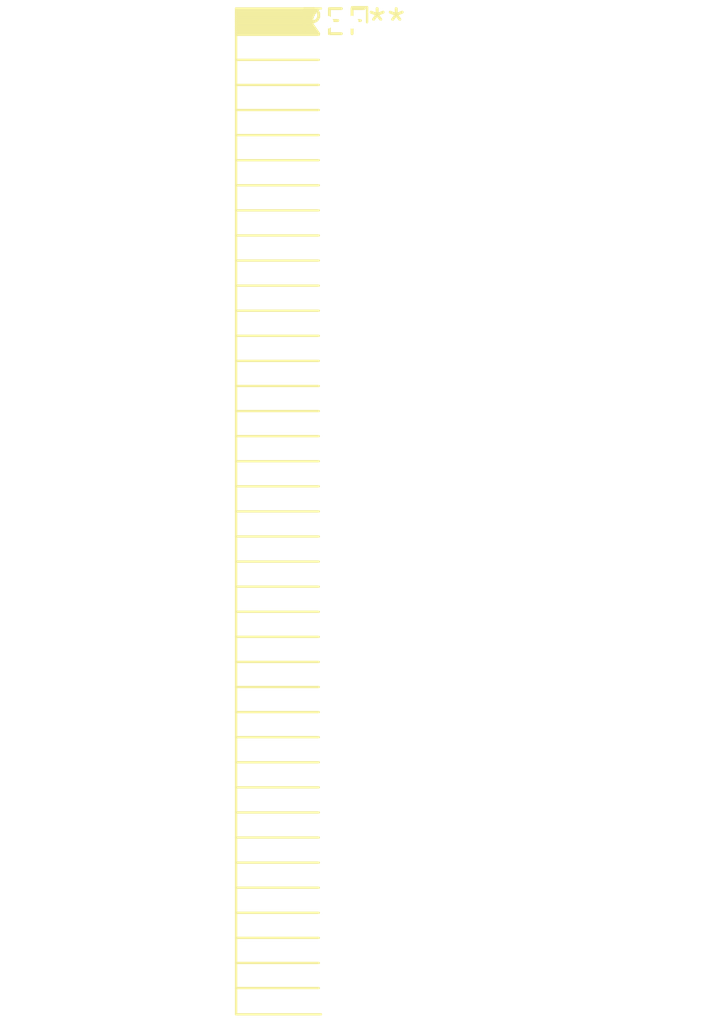
<source format=kicad_pcb>
(kicad_pcb (version 20240108) (generator pcbnew)
  (layers (0 "F.Cu" signal) (31 "B.Cu" signal) (34 "B.Paste" user) (35 "F.Paste" user) (36 "B.SilkS" user "B.Silkscreen") (37 "F.SilkS" user "F.Silkscreen") (38 "B.Mask" user) (39 "F.Mask" user) (44 "Edge.Cuts" user))
  (net 0 "")
  (footprint "PinSocket_2x40_P1.27mm_Horizontal" (layer "F.Cu") (at 0 0)
    (property "Reference" "REF**")
    (property "Value" "PinSocket_2x40_P1.27mm_Horizontal")
    (fp_line (start -5.88 -0.695) (end -5.88 50.225) (layer "F.SilkS") (stroke (width 0.12)))
    (fp_line (start -5.88 -0.695) (end -1.57753 -0.695) (layer "F.SilkS") (stroke (width 0.12)))
    (fp_line (start -5.88 -0.575) (end -1.766966 -0.575) (layer "F.SilkS") (stroke (width 0.12)))
    (fp_line (start -5.88 -0.465) (end -1.871145 -0.465) (layer "F.SilkS") (stroke (width 0.12)))
    (fp_line (start -5.88 -0.355) (end -1.941993 -0.355) (layer "F.SilkS") (stroke (width 0.12)))
    (fp_line (start -5.88 -0.245) (end -1.989427 -0.245) (layer "F.SilkS") (stroke (width 0.12)))
    (fp_line (start -5.88 -0.135) (end -2.017914 -0.135) (layer "F.SilkS") (stroke (width 0.12)))
    (fp_line (start -5.88 -0.025) (end -2.029589 -0.025) (layer "F.SilkS") (stroke (width 0.12)))
    (fp_line (start -5.88 0.085) (end -2.025232 0.085) (layer "F.SilkS") (stroke (width 0.12)))
    (fp_line (start -5.88 0.195) (end -2.004558 0.195) (layer "F.SilkS") (stroke (width 0.12)))
    (fp_line (start -5.88 0.305) (end -1.966114 0.305) (layer "F.SilkS") (stroke (width 0.12)))
    (fp_line (start -5.88 0.415) (end -1.906691 0.415) (layer "F.SilkS") (stroke (width 0.12)))
    (fp_line (start -5.88 0.525) (end -1.819523 0.525) (layer "F.SilkS") (stroke (width 0.12)))
    (fp_line (start -5.88 0.635) (end -1.687582 0.635) (layer "F.SilkS") (stroke (width 0.12)))
    (fp_line (start -5.88 1.905) (end -1.687582 1.905) (layer "F.SilkS") (stroke (width 0.12)))
    (fp_line (start -5.88 3.175) (end -1.687582 3.175) (layer "F.SilkS") (stroke (width 0.12)))
    (fp_line (start -5.88 4.445) (end -1.687582 4.445) (layer "F.SilkS") (stroke (width 0.12)))
    (fp_line (start -5.88 5.715) (end -1.687582 5.715) (layer "F.SilkS") (stroke (width 0.12)))
    (fp_line (start -5.88 6.985) (end -1.687582 6.985) (layer "F.SilkS") (stroke (width 0.12)))
    (fp_line (start -5.88 8.255) (end -1.687582 8.255) (layer "F.SilkS") (stroke (width 0.12)))
    (fp_line (start -5.88 9.525) (end -1.687582 9.525) (layer "F.SilkS") (stroke (width 0.12)))
    (fp_line (start -5.88 10.795) (end -1.687582 10.795) (layer "F.SilkS") (stroke (width 0.12)))
    (fp_line (start -5.88 12.065) (end -1.687582 12.065) (layer "F.SilkS") (stroke (width 0.12)))
    (fp_line (start -5.88 13.335) (end -1.687582 13.335) (layer "F.SilkS") (stroke (width 0.12)))
    (fp_line (start -5.88 14.605) (end -1.687582 14.605) (layer "F.SilkS") (stroke (width 0.12)))
    (fp_line (start -5.88 15.875) (end -1.687582 15.875) (layer "F.SilkS") (stroke (width 0.12)))
    (fp_line (start -5.88 17.145) (end -1.687582 17.145) (layer "F.SilkS") (stroke (width 0.12)))
    (fp_line (start -5.88 18.415) (end -1.687582 18.415) (layer "F.SilkS") (stroke (width 0.12)))
    (fp_line (start -5.88 19.685) (end -1.687582 19.685) (layer "F.SilkS") (stroke (width 0.12)))
    (fp_line (start -5.88 20.955) (end -1.687582 20.955) (layer "F.SilkS") (stroke (width 0.12)))
    (fp_line (start -5.88 22.225) (end -1.687582 22.225) (layer "F.SilkS") (stroke (width 0.12)))
    (fp_line (start -5.88 23.495) (end -1.687582 23.495) (layer "F.SilkS") (stroke (width 0.12)))
    (fp_line (start -5.88 24.765) (end -1.687582 24.765) (layer "F.SilkS") (stroke (width 0.12)))
    (fp_line (start -5.88 26.035) (end -1.687582 26.035) (layer "F.SilkS") (stroke (width 0.12)))
    (fp_line (start -5.88 27.305) (end -1.687582 27.305) (layer "F.SilkS") (stroke (width 0.12)))
    (fp_line (start -5.88 28.575) (end -1.687582 28.575) (layer "F.SilkS") (stroke (width 0.12)))
    (fp_line (start -5.88 29.845) (end -1.687582 29.845) (layer "F.SilkS") (stroke (width 0.12)))
    (fp_line (start -5.88 31.115) (end -1.687582 31.115) (layer "F.SilkS") (stroke (width 0.12)))
    (fp_line (start -5.88 32.385) (end -1.687582 32.385) (layer "F.SilkS") (stroke (width 0.12)))
    (fp_line (start -5.88 33.655) (end -1.687582 33.655) (layer "F.SilkS") (stroke (width 0.12)))
    (fp_line (start -5.88 34.925) (end -1.687582 34.925) (layer "F.SilkS") (stroke (width 0.12)))
    (fp_line (start -5.88 36.195) (end -1.687582 36.195) (layer "F.SilkS") (stroke (width 0.12)))
    (fp_line (start -5.88 37.465) (end -1.687582 37.465) (layer "F.SilkS") (stroke (width 0.12)))
    (fp_line (start -5.88 38.735) (end -1.687582 38.735) (layer "F.SilkS") (stroke (width 0.12)))
    (fp_line (start -5.88 40.005) (end -1.687582 40.005) (layer "F.SilkS") (stroke (width 0.12)))
    (fp_line (start -5.88 41.275) (end -1.687582 41.275) (layer "F.SilkS") (stroke (width 0.12)))
    (fp_line (start -5.88 42.545) (end -1.687582 42.545) (layer "F.SilkS") (stroke (width 0.12)))
    (fp_line (start -5.88 43.815) (end -1.687582 43.815) (layer "F.SilkS") (stroke (width 0.12)))
    (fp_line (start -5.88 45.085) (end -1.687582 45.085) (layer "F.SilkS") (stroke (width 0.12)))
    (fp_line (start -5.88 46.355) (end -1.687582 46.355) (layer "F.SilkS") (stroke (width 0.12)))
    (fp_line (start -5.88 47.625) (end -1.687582 47.625) (layer "F.SilkS") (stroke (width 0.12)))
    (fp_line (start -5.88 48.895) (end -1.687582 48.895) (layer "F.SilkS") (stroke (width 0.12)))
    (fp_line (start -5.88 50.225) (end -1.57753 50.225) (layer "F.SilkS") (stroke (width 0.12)))
    (fp_line (start 0 -0.76) (end 0.76 -0.76) (layer "F.SilkS") (stroke (width 0.12)))
    (fp_line (start 0.76 -0.76) (end 0.76 0) (layer "F.SilkS") (stroke (width 0.12)))
    (pad "1" thru_hole rect (at 0 0) (size 1 1) (drill 0.65) (layers *.Cu *.Mask) (remove_unused_layers))
    (pad "2" thru_hole oval (at -1.27 0) (size 1 1) (drill 0.65) (layers *.Cu *.Mask) (remove_unused_layers))
    (pad "3" thru_hole oval (at 0 1.27) (size 1 1) (drill 0.65) (layers *.Cu *.Mask) (remove_unused_layers))
    (pad "4" thru_hole oval (at -1.27 1.27) (size 1 1) (drill 0.65) (layers *.Cu *.Mask) (remove_unused_layers))
    (pad "5" thru_hole oval (at 0 2.54) (size 1 1) (drill 0.65) (layers *.Cu *.Mask) (remove_unused_layers))
    (pad "6" thru_hole oval (at -1.27 2.54) (size 1 1) (drill 0.65) (layers *.Cu *.Mask) (remove_unused_layers))
    (pad "7" thru_hole oval (at 0 3.81) (size 1 1) (drill 0.65) (layers *.Cu *.Mask) (remove_unused_layers))
    (pad "8" thru_hole oval (at -1.27 3.81) (size 1 1) (drill 0.65) (layers *.Cu *.Mask) (remove_unused_layers))
    (pad "9" thru_hole oval (at 0 5.08) (size 1 1) (drill 0.65) (layers *.Cu *.Mask) (remove_unused_layers))
    (pad "10" thru_hole oval (at -1.27 5.08) (size 1 1) (drill 0.65) (layers *.Cu *.Mask) (remove_unused_layers))
    (pad "11" thru_hole oval (at 0 6.35) (size 1 1) (drill 0.65) (layers *.Cu *.Mask) (remove_unused_layers))
    (pad "12" thru_hole oval (at -1.27 6.35) (size 1 1) (drill 0.65) (layers *.Cu *.Mask) (remove_unused_layers))
    (pad "13" thru_hole oval (at 0 7.62) (size 1 1) (drill 0.65) (layers *.Cu *.Mask) (remove_unused_layers))
    (pad "14" thru_hole oval (at -1.27 7.62) (size 1 1) (drill 0.65) (layers *.Cu *.Mask) (remove_unused_layers))
    (pad "15" thru_hole oval (at 0 8.89) (size 1 1) (drill 0.65) (layers *.Cu *.Mask) (remove_unused_layers))
    (pad "16" thru_hole oval (at -1.27 8.89) (size 1 1) (drill 0.65) (layers *.Cu *.Mask) (remove_unused_layers))
    (pad "17" thru_hole oval (at 0 10.16) (size 1 1) (drill 0.65) (layers *.Cu *.Mask) (remove_unused_layers))
    (pad "18" thru_hole oval (at -1.27 10.16) (size 1 1) (drill 0.65) (layers *.Cu *.Mask) (remove_unused_layers))
    (pad "19" thru_hole oval (at 0 11.43) (size 1 1) (drill 0.65) (layers *.Cu *.Mask) (remove_unused_layers))
    (pad "20" thru_hole oval (at -1.27 11.43) (size 1 1) (drill 0.65) (layers *.Cu *.Mask) (remove_unused_layers))
    (pad "21" thru_hole oval (at 0 12.7) (size 1 1) (drill 0.65) (layers *.Cu *.Mask) (remove_unused_layers))
    (pad "22" thru_hole oval (at -1.27 12.7) (size 1 1) (drill 0.65) (layers *.Cu *.Mask) (remove_unused_layers))
    (pad "23" thru_hole oval (at 0 13.97) (size 1 1) (drill 0.65) (layers *.Cu *.Mask) (remove_unused_layers))
    (pad "24" thru_hole oval (at -1.27 13.97) (size 1 1) (drill 0.65) (layers *.Cu *.Mask) (remove_unused_layers))
    (pad "25" thru_hole oval (at 0 15.24) (size 1 1) (drill 0.65) (layers *.Cu *.Mask) (remove_unused_layers))
    (pad "26" thru_hole oval (at -1.27 15.24) (size 1 1) (drill 0.65) (layers *.Cu *.Mask) (remove_unused_layers))
    (pad "27" thru_hole oval (at 0 16.51) (size 1 1) (drill 0.65) (layers *.Cu *.Mask) (remove_unused_layers))
    (pad "28" thru_hole oval (at -1.27 16.51) (size 1 1) (drill 0.65) (layers *.Cu *.Mask) (remove_unused_layers))
    (pad "29" thru_hole oval (at 0 17.78) (size 1 1) (drill 0.65) (layers *.Cu *.Mask) (remove_unused_layers))
    (pad "30" thru_hole oval (at -1.27 17.78) (size 1 1) (drill 0.65) (layers *.Cu *.Mask) (remove_unused_layers))
    (pad "31" thru_hole oval (at 0 19.05) (size 1 1) (drill 0.65) (layers *.Cu *.Mask) (remove_unused_layers))
    (pad "32" thru_hole oval (at -1.27 19.05) (size 1 1) (drill 0.65) (layers *.Cu *.Mask) (remove_unused_layers))
    (pad "33" thru_hole oval (at 0 20.32) (size 1 1) (drill 0.65) (layers *.Cu *.Mask) (remove_unused_layers))
    (pad "34" thru_hole oval (at -1.27 20.32) (size 1 1) (drill 0.65) (layers *.Cu *.Mask) (remove_unused_layers))
    (pad "35" thru_hole oval (at 0 21.59) (size 1 1) (drill 0.65) (layers *.Cu *.Mask) (remove_unused_layers))
    (pad "36" thru_hole oval (at -1.27 21.59) (size 1 1) (drill 0.65) (layers *.Cu *.Mask) (remove_unused_layers))
    (pad "37" thru_hole oval (at 0 22.86) (size 1 1) (drill 0.65) (layers *.Cu *.Mask) (remove_unused_layers))
    (pad "38" thru_hole oval (at -1.27 22.86) (size 1 1) (drill 0.65) (layers *.Cu *.Mask) (remove_unused_layers))
    (pad "39" thru_hole oval (at 0 24.13) (size 1 1) (drill 0.65) (layers *.Cu *.Mask) (remove_unused_layers))
    (pad "40" thru_hole oval (at -1.27 24.13) (size 1 1) (drill 0.65) (layers *.Cu *.Mask) (remove_unused_layers))
    (pad "41" thru_hole oval (at 0 25.4) (size 1 1) (drill 0.65) (layers *.Cu *.Mask) (remove_unused_layers))
    (pad "42" thru_hole oval (at -1.27 25.4) (size 1 1) (drill 0.65) (layers *.Cu *.Mask) (remove_unused_layers))
    (pad "43" thru_hole oval (at 0 26.67) (size 1 1) (drill 0.65) (layers *.Cu *.Mask) (remove_unused_layers))
    (pad "44" thru_hole oval (at -1.27 26.67) (size 1 1) (drill 0.65) (layers *.Cu *.Mask) (remove_unused_layers))
    (pad "45" thru_hole oval (at 0 27.94) (size 1 1) (drill 0.65) (layers *.Cu *.Mask) (remove_unused_layers))
    (pad "46" thru_hole oval (at -1.27 27.94) (size 1 1) (drill 0.65) (layers *.Cu *.Mask) (remove_unused_layers))
    (pad "47" thru_hole oval (at 0 29.21) (size 1 1) (drill 0.65) (layers *.Cu *.Mask) (remove_unused_layers))
    (pad "48" thru_hole oval (at -1.27 29.21) (size 1 1) (drill 0.65) (layers *.Cu *.Mask) (remove_unused_layers))
    (pad "49" thru_hole oval (at 0 30.48) (size 1 1) (drill 0.65) (layers *.Cu *.Mask) (remove_unused_layers))
    (pad "50" thru_hole oval (at -1.27 30.48) (size 1 1) (drill 0.65) (layers *.Cu *.Mask) (remove_unused_layers))
    (pad "51" thru_hole oval (at 0 31.75) (size 1 1) (drill 0.65) (layers *.Cu *.Mask) (remove_unused_layers))
    (pad "52" thru_hole oval (at -1.27 31.75) (size 1 1) (drill 0.65) (layers *.Cu *.Mask) (remove_unused_layers))
    (pad "53" thru_hole oval (at 0 33.02) (size 1 1) (drill 0.65) (layers *.Cu *.Mask) (remove_unused_layers))
    (pad "54" thru_hole oval (at -1.27 33.02) (size 1 1) (drill 0.65) (layers *.Cu *.Mask) (remove_unused_layers))
    (pad "55" thru_hole oval (at 0 34.29) (size 1 1) (drill 0.65) (layers *.Cu *.Mask) (remove_unused_layers))
    (pad "56" thru_hole oval (at -1.27 34.29) (size 1 1) (drill 0.65) (layers *.Cu *.Mask) (remove_unused_layers))
    (pad "57" thru_hole oval (at 0 35.56) (size 1 1) (drill 0.65) (layers *.Cu *.Mask) (remove_unused_layers))
    (pad "58" thru_hole oval (at -1.27 35.56) (size 1 1) (drill 0.65) (layers *.Cu *.Mask) (remove_unused_layers))
    (pad "59" thru_hole oval (at 0 36.83) (size 1 1) (drill 0.65) (layers *.Cu *.Mask) (remove_unused_layers))
    (pad "60" thru_hole oval (at -1.27 36.83) (size 1 1) (drill 0.65) (layers *.Cu *.Mask) (remove_unused_layers))
    (pad "61" thru_hole oval (at 0 38.1) (size 1 1) (drill 0.65) (layers *.Cu *.Mask) (remove_unused_layers))
    (pad "62" thru_hole oval (at -1.27 38.1) (size 1 1) (drill 0.65) (layers *.Cu *.Mask) (remove_unused_layers))
    (pad "63" thru_hole oval (at 0 39.37) (size 1 1) (drill 0.65) (layers *.Cu *.Mask) (remove_unused_layers))
    (pad "64" thru_hole oval (at -1.27 39.37) (size 1 1) (drill 0.65) (layers *.Cu *.Mask) (remove_unused_layers))
    (pad "65" thru_hole oval (at 0 40.64) (size 1 1) (drill 0.65) (layers *.Cu *.Mask) (remove_unused_layers))
    (pad "66" thru_hole oval (at -1.27 40.64) (size 1 1) (drill 0.65) (layers *.Cu *.Mask) (remove_unused_layers))
    (pad "67" thru_hole oval (at 0 41.91) (size 1 1) (drill 0.65) (layers *.Cu *.Mask) (remove_unused_layers))
    (pad "68" thru_hole oval (at -1.27 41.91) (size 1 1) (drill 0.65) (layers *.Cu *.Mask) (remove_unused_layers))
    (pad "69" thru_hole oval (at 0 43.18) (size 1 1) (drill 0.65) (layers *.Cu *.Mask) (remove_unused_layers))
    (pad "70" thru_hole oval (at -1.27 43.18) (size 1 1) (drill 0.65) (layers *.Cu *.Mask) (remove_unused_layers))
    (pad "71" thru_hole oval (at 0 44.45) (size 1 1) (drill 0.65) (layers *.Cu *.Mask) (remove_unused_layers))
    (pad "72" thru_hole oval (at -1.27 44.45) (size 1 1) (drill 0.65) (layers *.Cu *.Mask) (remove_unused_layers))
    (pad "73" thru_hole oval (at 0 45.72) (size 1 1) (drill 0.65) (layers *.Cu *.Mask) (remove_unused_layers))
    (pad "74" thru_hole oval (at -1.27 45.72) (size 1 1) (drill 0.65) (layers *.Cu *.Mask) (remove_unused_layers))
    (pad "75" thru_hole oval (at 0 46.99) (size 1 1) (drill 0.65) (layers *.Cu *.Mask) (remove_unused_layers))
    (pad "76" thru_hole oval (at -1.27 46.99) (size 1 1) (drill 0.65) (layers *.Cu *.Mask) (remove_unused_layers))
    (pad "77" thru_hole oval (at 0 48.26) (size 1 1) (drill 0.65) (layers *.Cu *.Mask) (remove_unused_layers))
    (pad "78" thru_hole oval (at -1.27 48.26) (size 1 1) (drill 0.65) (layers *.Cu *.Mask) (remove_unused_layers))
    (pad "79" thru_hole oval (at 0 49.53) (size 1 1) (drill 0.65) (layers *.Cu *.Mask) (remove_unused_layers))
    (pad "80" thru_hole oval (at -1.27 49.53) (size 1 1) (drill 0.65) (layers *.Cu *.Mask) (remove_unused_layers))
  )
)
</source>
